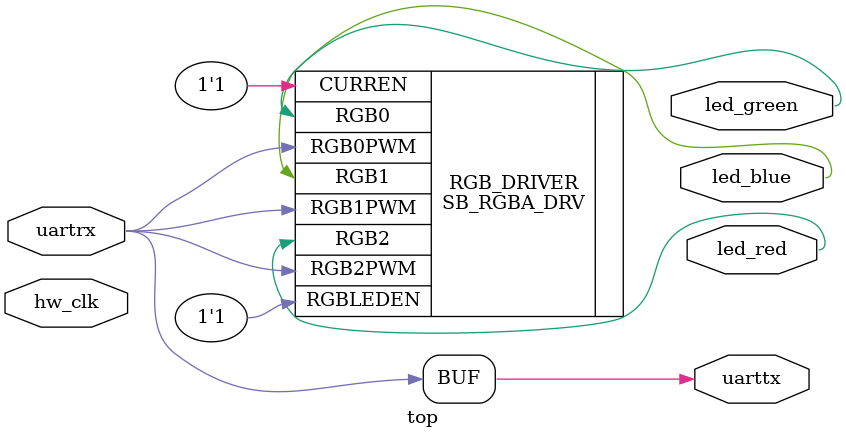
<source format=v>

`include "uart_trx.v"

module top (
  // outputs
  output wire led_red  , // Red
  output wire led_blue , // Blue
  output wire led_green , // Green
  output wire uarttx , // UART Transmission pin
  input wire uartrx , // UART Transmission pin
  input wire  hw_clk
);

  wire        int_osc            ;
  reg  [27:0] frequency_counter_i;
  
    
//----------------------------------------------------------------------------
//                                                                          --
//                       Internal Oscillator                                --
//                                                                          --
//----------------------------------------------------------------------------
  SB_HFOSC #(.CLKHF_DIV ("0b10")) u_SB_HFOSC ( .CLKHFPU(1'b1), .CLKHFEN(1'b1), .CLKHF(int_osc));

  assign uarttx = uartrx;

//----------------------------------------------------------------------------
//                                                                          --
//                       Counter                                            --
//                                                                          --
//----------------------------------------------------------------------------
  always @(posedge int_osc) begin

    frequency_counter_i <= frequency_counter_i + 1'b1;
        /* generate 9600 Hz clock */
  end

//----------------------------------------------------------------------------
//                                                                          --
//                       Instantiate RGB primitive                          --
//                                                                          --
//----------------------------------------------------------------------------
  SB_RGBA_DRV RGB_DRIVER (
    .RGBLEDEN(1'b1                                            ),
    .RGB0PWM (uartrx),
    .RGB1PWM (uartrx),
    .RGB2PWM (uartrx),
    .CURREN  (1'b1                                            ),
    .RGB0    (led_green                                       ), //Actual Hardware connection
    .RGB1    (led_blue                                        ),
    .RGB2    (led_red                                         )
  );
  defparam RGB_DRIVER.RGB0_CURRENT = "0b000001";
  defparam RGB_DRIVER.RGB1_CURRENT = "0b000001";
  defparam RGB_DRIVER.RGB2_CURRENT = "0b000001";

endmodule

</source>
